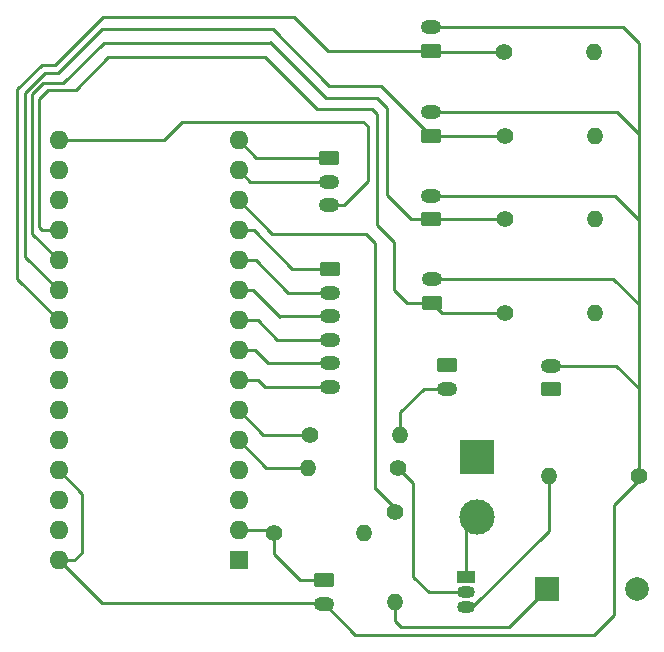
<source format=gbr>
%TF.GenerationSoftware,KiCad,Pcbnew,7.0.10*%
%TF.CreationDate,2024-06-28T17:48:14-04:00*%
%TF.ProjectId,LaserTank,4c617365-7254-4616-9e6b-2e6b69636164,rev?*%
%TF.SameCoordinates,Original*%
%TF.FileFunction,Copper,L1,Top*%
%TF.FilePolarity,Positive*%
%FSLAX46Y46*%
G04 Gerber Fmt 4.6, Leading zero omitted, Abs format (unit mm)*
G04 Created by KiCad (PCBNEW 7.0.10) date 2024-06-28 17:48:14*
%MOMM*%
%LPD*%
G01*
G04 APERTURE LIST*
G04 Aperture macros list*
%AMRoundRect*
0 Rectangle with rounded corners*
0 $1 Rounding radius*
0 $2 $3 $4 $5 $6 $7 $8 $9 X,Y pos of 4 corners*
0 Add a 4 corners polygon primitive as box body*
4,1,4,$2,$3,$4,$5,$6,$7,$8,$9,$2,$3,0*
0 Add four circle primitives for the rounded corners*
1,1,$1+$1,$2,$3*
1,1,$1+$1,$4,$5*
1,1,$1+$1,$6,$7*
1,1,$1+$1,$8,$9*
0 Add four rect primitives between the rounded corners*
20,1,$1+$1,$2,$3,$4,$5,0*
20,1,$1+$1,$4,$5,$6,$7,0*
20,1,$1+$1,$6,$7,$8,$9,0*
20,1,$1+$1,$8,$9,$2,$3,0*%
G04 Aperture macros list end*
%TA.AperFunction,ComponentPad*%
%ADD10O,1.750000X1.200000*%
%TD*%
%TA.AperFunction,ComponentPad*%
%ADD11RoundRect,0.250000X0.625000X-0.350000X0.625000X0.350000X-0.625000X0.350000X-0.625000X-0.350000X0*%
%TD*%
%TA.AperFunction,ComponentPad*%
%ADD12C,3.000000*%
%TD*%
%TA.AperFunction,ComponentPad*%
%ADD13R,3.000000X3.000000*%
%TD*%
%TA.AperFunction,ComponentPad*%
%ADD14O,1.500000X1.050000*%
%TD*%
%TA.AperFunction,ComponentPad*%
%ADD15R,1.500000X1.050000*%
%TD*%
%TA.AperFunction,ComponentPad*%
%ADD16C,1.400000*%
%TD*%
%TA.AperFunction,ComponentPad*%
%ADD17O,1.400000X1.400000*%
%TD*%
%TA.AperFunction,ComponentPad*%
%ADD18RoundRect,0.250000X-0.625000X0.350000X-0.625000X-0.350000X0.625000X-0.350000X0.625000X0.350000X0*%
%TD*%
%TA.AperFunction,ComponentPad*%
%ADD19R,2.000000X2.000000*%
%TD*%
%TA.AperFunction,ComponentPad*%
%ADD20C,2.000000*%
%TD*%
%TA.AperFunction,ComponentPad*%
%ADD21R,1.600000X1.600000*%
%TD*%
%TA.AperFunction,ComponentPad*%
%ADD22O,1.600000X1.600000*%
%TD*%
%TA.AperFunction,Conductor*%
%ADD23C,0.250000*%
%TD*%
G04 APERTURE END LIST*
D10*
%TO.P,J1,2,Pin_2*%
%TO.N,Net-(A1-+5V)*%
X139120000Y-100300000D03*
D11*
%TO.P,J1,1,Pin_1*%
%TO.N,Net-(A1-A0)*%
X139120000Y-102300000D03*
%TD*%
D12*
%TO.P,J11,2,Pin_2*%
%TO.N,Net-(J11-Pin_2)*%
X142930000Y-120430000D03*
D13*
%TO.P,J11,1,Pin_1*%
%TO.N,GND*%
X142930000Y-115350000D03*
%TD*%
D11*
%TO.P,J17,1,Pin_1*%
%TO.N,GND*%
X149230000Y-109640000D03*
D10*
%TO.P,J17,2,Pin_2*%
%TO.N,Net-(A1-+5V)*%
X149230000Y-107640000D03*
%TD*%
D14*
%TO.P,Q1,3,C*%
%TO.N,Net-(Q1-C)*%
X141990000Y-128080000D03*
%TO.P,Q1,2,B*%
%TO.N,Net-(Q1-B)*%
X141990000Y-126810000D03*
D15*
%TO.P,Q1,1,E*%
%TO.N,Net-(J11-Pin_2)*%
X141990000Y-125540000D03*
%TD*%
D16*
%TO.P,R5,1*%
%TO.N,Net-(A1-A0)*%
X145340000Y-103140000D03*
D17*
%TO.P,R5,2*%
%TO.N,GND*%
X152960000Y-103140000D03*
%TD*%
D16*
%TO.P,R1,1*%
%TO.N,Net-(A1-D0{slash}RX)*%
X125800000Y-121820000D03*
D17*
%TO.P,R1,2*%
%TO.N,GND*%
X133420000Y-121820000D03*
%TD*%
D10*
%TO.P,J9,2,Pin_2*%
%TO.N,Net-(A1-+5V)*%
X130010000Y-127810000D03*
D18*
%TO.P,J9,1,Pin_1*%
%TO.N,Net-(A1-D0{slash}RX)*%
X130010000Y-125810000D03*
%TD*%
D10*
%TO.P,J13,2,Pin_2*%
%TO.N,Net-(J13-Pin_2)*%
X140400000Y-109580000D03*
D18*
%TO.P,J13,1,Pin_1*%
%TO.N,GND*%
X140400000Y-107580000D03*
%TD*%
%TO.P,J15,1,Pin_1*%
%TO.N,Net-(A1-D9)*%
X130500000Y-99440000D03*
D10*
%TO.P,J15,2,Pin_2*%
%TO.N,Net-(A1-D8)*%
X130500000Y-101440000D03*
%TO.P,J15,3,Pin_3*%
%TO.N,Net-(A1-D7)*%
X130500000Y-103440000D03*
%TO.P,J15,4,Pin_4*%
%TO.N,Net-(A1-D6)*%
X130500000Y-105440000D03*
%TO.P,J15,5,Pin_5*%
%TO.N,Net-(A1-D5)*%
X130500000Y-107440000D03*
%TO.P,J15,6,Pin_6*%
%TO.N,Net-(A1-D4)*%
X130500000Y-109440000D03*
%TD*%
%TO.P,J16,3,Pin_3*%
%TO.N,Net-(A1-D13)*%
X130470000Y-94050000D03*
%TO.P,J16,2,Pin_2*%
%TO.N,Net-(A1-D11)*%
X130470000Y-92050000D03*
D18*
%TO.P,J16,1,Pin_1*%
%TO.N,Net-(A1-D12)*%
X130470000Y-90050000D03*
%TD*%
D17*
%TO.P,R4,2*%
%TO.N,Net-(J13-Pin_2)*%
X136480000Y-113480000D03*
D16*
%TO.P,R4,1*%
%TO.N,Net-(A1-D3)*%
X128860000Y-113480000D03*
%TD*%
D17*
%TO.P,R9,2*%
%TO.N,Net-(Q1-C)*%
X149020000Y-117000000D03*
D16*
%TO.P,R9,1*%
%TO.N,Net-(A1-+5V)*%
X156640000Y-117000000D03*
%TD*%
D19*
%TO.P,LS1,1,1*%
%TO.N,Net-(LS1-Pad1)*%
X148900000Y-126510000D03*
D20*
%TO.P,LS1,2,2*%
%TO.N,GND*%
X156500000Y-126510000D03*
%TD*%
D17*
%TO.P,R2,2*%
%TO.N,Net-(LS1-Pad1)*%
X136000000Y-127620000D03*
D16*
%TO.P,R2,1*%
%TO.N,Net-(A1-D10)*%
X136000000Y-120000000D03*
%TD*%
D17*
%TO.P,R6,2*%
%TO.N,GND*%
X152930000Y-95200000D03*
D16*
%TO.P,R6,1*%
%TO.N,Net-(A1-A1)*%
X145310000Y-95200000D03*
%TD*%
D11*
%TO.P,J7,1,Pin_1*%
%TO.N,Net-(A1-A3)*%
X139040000Y-80970000D03*
D10*
%TO.P,J7,2,Pin_2*%
%TO.N,Net-(A1-+5V)*%
X139040000Y-78970000D03*
%TD*%
D21*
%TO.P,A1,1,D1/TX*%
%TO.N,unconnected-(A1-D1{slash}TX-Pad1)*%
X122770000Y-124120000D03*
D22*
%TO.P,A1,2,D0/RX*%
%TO.N,Net-(A1-D0{slash}RX)*%
X122770000Y-121580000D03*
%TO.P,A1,3,~{RESET}*%
%TO.N,unconnected-(A1-~{RESET}-Pad3)*%
X122770000Y-119040000D03*
%TO.P,A1,4,GND*%
%TO.N,GND*%
X122770000Y-116500000D03*
%TO.P,A1,5,D2*%
%TO.N,Net-(A1-D2)*%
X122770000Y-113960000D03*
%TO.P,A1,6,D3*%
%TO.N,Net-(A1-D3)*%
X122770000Y-111420000D03*
%TO.P,A1,7,D4*%
%TO.N,Net-(A1-D4)*%
X122770000Y-108880000D03*
%TO.P,A1,8,D5*%
%TO.N,Net-(A1-D5)*%
X122770000Y-106340000D03*
%TO.P,A1,9,D6*%
%TO.N,Net-(A1-D6)*%
X122770000Y-103800000D03*
%TO.P,A1,10,D7*%
%TO.N,Net-(A1-D7)*%
X122770000Y-101260000D03*
%TO.P,A1,11,D8*%
%TO.N,Net-(A1-D8)*%
X122770000Y-98720000D03*
%TO.P,A1,12,D9*%
%TO.N,Net-(A1-D9)*%
X122770000Y-96180000D03*
%TO.P,A1,13,D10*%
%TO.N,Net-(A1-D10)*%
X122770000Y-93640000D03*
%TO.P,A1,14,D11*%
%TO.N,Net-(A1-D11)*%
X122770000Y-91100000D03*
%TO.P,A1,15,D12*%
%TO.N,Net-(A1-D12)*%
X122770000Y-88560000D03*
%TO.P,A1,16,D13*%
%TO.N,Net-(A1-D13)*%
X107530000Y-88560000D03*
%TO.P,A1,17,3V3*%
%TO.N,unconnected-(A1-3V3-Pad17)*%
X107530000Y-91100000D03*
%TO.P,A1,18,AREF*%
%TO.N,unconnected-(A1-AREF-Pad18)*%
X107530000Y-93640000D03*
%TO.P,A1,19,A0*%
%TO.N,Net-(A1-A0)*%
X107530000Y-96180000D03*
%TO.P,A1,20,A1*%
%TO.N,Net-(A1-A1)*%
X107530000Y-98720000D03*
%TO.P,A1,21,A2*%
%TO.N,Net-(A1-A2)*%
X107530000Y-101260000D03*
%TO.P,A1,22,A3*%
%TO.N,Net-(A1-A3)*%
X107530000Y-103800000D03*
%TO.P,A1,23,A4*%
%TO.N,unconnected-(A1-A4-Pad23)*%
X107530000Y-106340000D03*
%TO.P,A1,24,A5*%
%TO.N,unconnected-(A1-A5-Pad24)*%
X107530000Y-108880000D03*
%TO.P,A1,25,A6*%
%TO.N,unconnected-(A1-A6-Pad25)*%
X107530000Y-111420000D03*
%TO.P,A1,26,A7*%
%TO.N,unconnected-(A1-A7-Pad26)*%
X107530000Y-113960000D03*
%TO.P,A1,27,+5V*%
%TO.N,Net-(A1-+5V)*%
X107530000Y-116500000D03*
%TO.P,A1,28,~{RESET}*%
%TO.N,unconnected-(A1-~{RESET}-Pad28)*%
X107530000Y-119040000D03*
%TO.P,A1,29,GND*%
%TO.N,GND*%
X107530000Y-121580000D03*
%TO.P,A1,30,VIN*%
%TO.N,Net-(A1-+5V)*%
X107530000Y-124120000D03*
%TD*%
D17*
%TO.P,R7,2*%
%TO.N,GND*%
X152910000Y-88200000D03*
D16*
%TO.P,R7,1*%
%TO.N,Net-(A1-A2)*%
X145290000Y-88200000D03*
%TD*%
D17*
%TO.P,R3,2*%
%TO.N,Net-(A1-D2)*%
X128690000Y-116330000D03*
D16*
%TO.P,R3,1*%
%TO.N,Net-(Q1-B)*%
X136310000Y-116330000D03*
%TD*%
D10*
%TO.P,J3,2,Pin_2*%
%TO.N,Net-(A1-+5V)*%
X139080000Y-93240000D03*
D11*
%TO.P,J3,1,Pin_1*%
%TO.N,Net-(A1-A1)*%
X139080000Y-95240000D03*
%TD*%
D10*
%TO.P,J5,2,Pin_2*%
%TO.N,Net-(A1-+5V)*%
X139040000Y-86150000D03*
D11*
%TO.P,J5,1,Pin_1*%
%TO.N,Net-(A1-A2)*%
X139040000Y-88150000D03*
%TD*%
D17*
%TO.P,R8,2*%
%TO.N,GND*%
X152850000Y-81070000D03*
D16*
%TO.P,R8,1*%
%TO.N,Net-(A1-A3)*%
X145230000Y-81070000D03*
%TD*%
D23*
%TO.N,Net-(A1-A3)*%
X107220000Y-82150000D02*
X111300000Y-78070000D01*
X104040000Y-100310000D02*
X104040000Y-84200000D01*
X111300000Y-78070000D02*
X111590000Y-78070000D01*
X111590000Y-78070000D02*
X127460000Y-78070000D01*
X107530000Y-103800000D02*
X104040000Y-100310000D01*
X104040000Y-84200000D02*
X106090000Y-82150000D01*
X106090000Y-82150000D02*
X107220000Y-82150000D01*
%TO.N,Net-(A1-A2)*%
X104670000Y-84580000D02*
X106370000Y-82880000D01*
X107530000Y-101260000D02*
X104670000Y-98400000D01*
X104670000Y-98400000D02*
X104670000Y-84580000D01*
X106370000Y-82880000D02*
X106510000Y-82880000D01*
X106510000Y-82880000D02*
X107470000Y-82880000D01*
%TO.N,Net-(A1-A1)*%
X105280000Y-84610000D02*
X105500000Y-84390000D01*
X105280000Y-96470000D02*
X105280000Y-84610000D01*
X107530000Y-98720000D02*
X105280000Y-96470000D01*
X105500000Y-84390000D02*
X106200000Y-83690000D01*
X106200000Y-83690000D02*
X107930000Y-83690000D01*
%TO.N,Net-(A1-A0)*%
X105860000Y-85050000D02*
X106620000Y-84290000D01*
X106620000Y-84290000D02*
X108970000Y-84290000D01*
X106150000Y-96180000D02*
X105860000Y-95890000D01*
X107530000Y-96180000D02*
X106150000Y-96180000D01*
X105860000Y-95890000D02*
X105860000Y-85050000D01*
%TO.N,Net-(A1-A2)*%
X107470000Y-82880000D02*
X111190000Y-79160000D01*
X111190000Y-79160000D02*
X125700000Y-79160000D01*
%TO.N,Net-(A1-A1)*%
X107930000Y-83690000D02*
X111350000Y-80270000D01*
X111350000Y-80270000D02*
X125420000Y-80270000D01*
%TO.N,Net-(A1-A0)*%
X111760000Y-81500000D02*
X125040000Y-81500000D01*
X108970000Y-84290000D02*
X111760000Y-81500000D01*
%TO.N,Net-(A1-+5V)*%
X155280000Y-78970000D02*
X139040000Y-78970000D01*
X156640000Y-87980000D02*
X156640000Y-80330000D01*
X156640000Y-80330000D02*
X155280000Y-78970000D01*
X109500000Y-118470000D02*
X107530000Y-116500000D01*
X109500000Y-123500000D02*
X109500000Y-118470000D01*
X108880000Y-124120000D02*
X109500000Y-123500000D01*
X107530000Y-124120000D02*
X108880000Y-124120000D01*
%TO.N,Net-(A1-D0{slash}RX)*%
X128000000Y-125810000D02*
X130010000Y-125810000D01*
X125800000Y-123610000D02*
X128000000Y-125810000D01*
X125800000Y-121820000D02*
X125800000Y-123610000D01*
%TO.N,Net-(Q1-C)*%
X149020000Y-121580000D02*
X149020000Y-117000000D01*
X149030000Y-121590000D02*
X149020000Y-121580000D01*
%TO.N,Net-(A1-+5V)*%
X154730000Y-107640000D02*
X149230000Y-107640000D01*
X156640000Y-109550000D02*
X154730000Y-107640000D01*
%TO.N,Net-(Q1-C)*%
X142540000Y-128080000D02*
X149030000Y-121590000D01*
X141990000Y-128080000D02*
X142540000Y-128080000D01*
%TO.N,Net-(A1-+5V)*%
X154510000Y-100300000D02*
X156640000Y-102430000D01*
X156640000Y-102430000D02*
X156640000Y-95260000D01*
X139120000Y-100300000D02*
X154510000Y-100300000D01*
X156640000Y-109550000D02*
X156640000Y-102430000D01*
X154620000Y-93240000D02*
X156640000Y-95260000D01*
X139080000Y-93240000D02*
X154620000Y-93240000D01*
X156640000Y-95260000D02*
X156640000Y-87980000D01*
X139040000Y-86150000D02*
X154810000Y-86150000D01*
X154810000Y-86150000D02*
X156640000Y-87980000D01*
%TO.N,Net-(A1-A3)*%
X139150000Y-81080000D02*
X139040000Y-80970000D01*
X145250000Y-81080000D02*
X139150000Y-81080000D01*
%TO.N,Net-(A1-A2)*%
X139080000Y-88190000D02*
X139040000Y-88150000D01*
X144850000Y-88190000D02*
X139080000Y-88190000D01*
%TO.N,Net-(A1-A1)*%
X139120000Y-95200000D02*
X139080000Y-95240000D01*
X145310000Y-95200000D02*
X139120000Y-95200000D01*
%TO.N,Net-(A1-A3)*%
X127460000Y-78070000D02*
X130360000Y-80970000D01*
X130360000Y-80970000D02*
X139040000Y-80970000D01*
%TO.N,Net-(A1-A2)*%
X134820000Y-83930000D02*
X139040000Y-88150000D01*
X130470000Y-83930000D02*
X134820000Y-83930000D01*
X125700000Y-79160000D02*
X130470000Y-83930000D01*
%TO.N,Net-(A1-A1)*%
X137410000Y-95240000D02*
X139080000Y-95240000D01*
X130160000Y-84950000D02*
X134500000Y-84950000D01*
X135340000Y-85790000D02*
X135340000Y-93170000D01*
X134500000Y-84950000D02*
X135340000Y-85790000D01*
X125420000Y-80270000D02*
X125450000Y-80240000D01*
X125450000Y-80240000D02*
X130160000Y-84950000D01*
X135340000Y-93170000D02*
X137410000Y-95240000D01*
%TO.N,Net-(LS1-Pad1)*%
X145630000Y-129780000D02*
X148900000Y-126510000D01*
X136560000Y-129780000D02*
X145630000Y-129780000D01*
X136000000Y-129220000D02*
X136560000Y-129780000D01*
X136000000Y-127620000D02*
X136000000Y-129220000D01*
%TO.N,Net-(A1-A0)*%
X137050000Y-102300000D02*
X139120000Y-102300000D01*
X135940000Y-101190000D02*
X137050000Y-102300000D01*
X135940000Y-97130000D02*
X135940000Y-101190000D01*
X134500000Y-95690000D02*
X135940000Y-97130000D01*
X134500000Y-86310000D02*
X134500000Y-95690000D01*
X129440000Y-85900000D02*
X134090000Y-85900000D01*
X134090000Y-85900000D02*
X134500000Y-86310000D01*
X125040000Y-81500000D02*
X129440000Y-85900000D01*
%TO.N,Net-(J13-Pin_2)*%
X138470000Y-109580000D02*
X140400000Y-109580000D01*
X136480000Y-111570000D02*
X138470000Y-109580000D01*
%TO.N,Net-(A1-+5V)*%
X156640000Y-109550000D02*
X156640000Y-111740000D01*
X132650000Y-130430000D02*
X152880000Y-130430000D01*
X154540000Y-119410000D02*
X154540000Y-128770000D01*
X152880000Y-130430000D02*
X154540000Y-128770000D01*
%TO.N,Net-(J11-Pin_2)*%
X141990000Y-121370000D02*
X142930000Y-120430000D01*
X141990000Y-125540000D02*
X141990000Y-121370000D01*
%TO.N,Net-(Q1-B)*%
X138870000Y-126810000D02*
X141990000Y-126810000D01*
X137560000Y-125500000D02*
X138870000Y-126810000D01*
X137560000Y-117580000D02*
X137560000Y-125500000D01*
X136310000Y-116330000D02*
X137560000Y-117580000D01*
%TO.N,Net-(A1-A0)*%
X145340000Y-103140000D02*
X139960000Y-103140000D01*
X139960000Y-103140000D02*
X139120000Y-102300000D01*
%TO.N,Net-(A1-D13)*%
X130470000Y-94050000D02*
X131670000Y-94050000D01*
X133710000Y-87360000D02*
X133710000Y-92010000D01*
X131670000Y-94050000D02*
X133710000Y-92010000D01*
X117960000Y-86990000D02*
X133340000Y-86990000D01*
X116440000Y-88510000D02*
X117960000Y-86990000D01*
X133340000Y-86990000D02*
X133710000Y-87360000D01*
X116390000Y-88560000D02*
X116440000Y-88510000D01*
X107530000Y-88560000D02*
X116390000Y-88560000D01*
%TO.N,Net-(A1-D12)*%
X124260000Y-90050000D02*
X122770000Y-88560000D01*
X130470000Y-90050000D02*
X124260000Y-90050000D01*
%TO.N,Net-(A1-D11)*%
X130470000Y-92050000D02*
X123720000Y-92050000D01*
X123720000Y-92050000D02*
X122770000Y-91100000D01*
%TO.N,Net-(A1-+5V)*%
X132650000Y-130430000D02*
X129980000Y-127760000D01*
X129980000Y-127760000D02*
X127950000Y-127760000D01*
X156640000Y-117310000D02*
X154540000Y-119410000D01*
X156640000Y-114310000D02*
X156640000Y-117310000D01*
X156640000Y-111740000D02*
X156640000Y-114310000D01*
%TO.N,Net-(A1-D10)*%
X125640000Y-96510000D02*
X122770000Y-93640000D01*
X133580000Y-96510000D02*
X125640000Y-96510000D01*
X134320000Y-97250000D02*
X133580000Y-96510000D01*
X134370000Y-118030000D02*
X134320000Y-118030000D01*
X134320000Y-118030000D02*
X134320000Y-97250000D01*
X136260000Y-119920000D02*
X134370000Y-118030000D01*
%TO.N,Net-(A1-+5V)*%
X111170000Y-127760000D02*
X107530000Y-124120000D01*
X127950000Y-127760000D02*
X111170000Y-127760000D01*
%TO.N,Net-(A1-D0{slash}RX)*%
X125560000Y-121580000D02*
X125800000Y-121820000D01*
X122770000Y-121580000D02*
X125560000Y-121580000D01*
%TO.N,Net-(J13-Pin_2)*%
X136480000Y-113480000D02*
X136480000Y-111570000D01*
%TO.N,Net-(A1-D9)*%
X127300000Y-99440000D02*
X130500000Y-99440000D01*
X124040000Y-96180000D02*
X127300000Y-99440000D01*
X122770000Y-96180000D02*
X124040000Y-96180000D01*
%TO.N,Net-(A1-D8)*%
X126950000Y-101440000D02*
X130500000Y-101440000D01*
X124230000Y-98720000D02*
X126950000Y-101440000D01*
X122770000Y-98720000D02*
X124230000Y-98720000D01*
%TO.N,Net-(A1-D7)*%
X126260000Y-103490000D02*
X126310000Y-103440000D01*
X126310000Y-103440000D02*
X130500000Y-103440000D01*
X124030000Y-101260000D02*
X126260000Y-103490000D01*
X122770000Y-101260000D02*
X124030000Y-101260000D01*
%TO.N,Net-(A1-D6)*%
X124390000Y-103800000D02*
X126050000Y-105460000D01*
X122770000Y-103800000D02*
X124390000Y-103800000D01*
X126050000Y-105460000D02*
X126070000Y-105440000D01*
X126070000Y-105440000D02*
X130500000Y-105440000D01*
%TO.N,Net-(A1-D5)*%
X124190000Y-106340000D02*
X125290000Y-107440000D01*
X122770000Y-106340000D02*
X124190000Y-106340000D01*
X125290000Y-107440000D02*
X130500000Y-107440000D01*
%TO.N,Net-(A1-D4)*%
X124980000Y-109440000D02*
X130500000Y-109440000D01*
X124420000Y-108880000D02*
X124980000Y-109440000D01*
X122770000Y-108880000D02*
X124420000Y-108880000D01*
%TO.N,Net-(A1-D3)*%
X125650000Y-113490000D02*
X125660000Y-113480000D01*
X124840000Y-113490000D02*
X125650000Y-113490000D01*
X125660000Y-113480000D02*
X128860000Y-113480000D01*
X122770000Y-111420000D02*
X124840000Y-113490000D01*
%TO.N,Net-(A1-D2)*%
X125870000Y-116330000D02*
X128690000Y-116330000D01*
X125850000Y-116310000D02*
X125870000Y-116330000D01*
X125120000Y-116310000D02*
X125850000Y-116310000D01*
X122770000Y-113960000D02*
X125120000Y-116310000D01*
X122940000Y-113960000D02*
X122770000Y-113960000D01*
X122940000Y-113960000D02*
X123030000Y-114050000D01*
X122770000Y-113960000D02*
X122860000Y-113960000D01*
X122860000Y-113960000D02*
X122870000Y-113950000D01*
%TD*%
M02*

</source>
